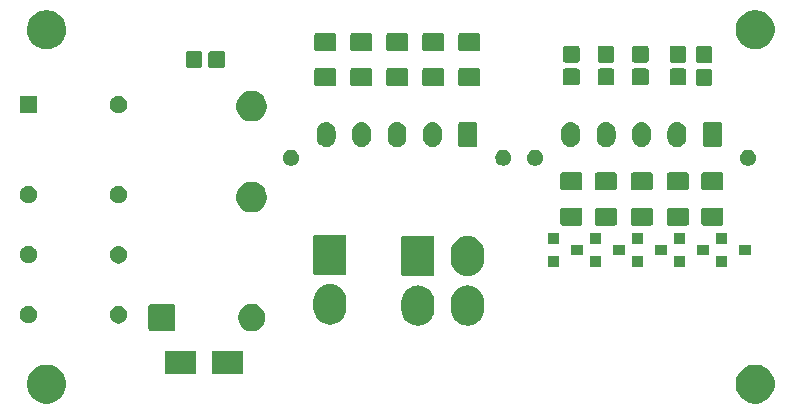
<source format=gbr>
G04 #@! TF.GenerationSoftware,KiCad,Pcbnew,(5.1.6)-1*
G04 #@! TF.CreationDate,2020-11-26T12:39:26+11:00*
G04 #@! TF.ProjectId,HardFault-Interpose-V0,48617264-4661-4756-9c74-2d496e746572,rev?*
G04 #@! TF.SameCoordinates,Original*
G04 #@! TF.FileFunction,Soldermask,Top*
G04 #@! TF.FilePolarity,Negative*
%FSLAX46Y46*%
G04 Gerber Fmt 4.6, Leading zero omitted, Abs format (unit mm)*
G04 Created by KiCad (PCBNEW (5.1.6)-1) date 2020-11-26 12:39:26*
%MOMM*%
%LPD*%
G01*
G04 APERTURE LIST*
%ADD10C,0.100000*%
G04 APERTURE END LIST*
D10*
G36*
X151061256Y-97749298D02*
G01*
X151167579Y-97770447D01*
X151468042Y-97894903D01*
X151738451Y-98075585D01*
X151968415Y-98305549D01*
X152149097Y-98575958D01*
X152273553Y-98876421D01*
X152337000Y-99195391D01*
X152337000Y-99520609D01*
X152273553Y-99839579D01*
X152149097Y-100140042D01*
X151968415Y-100410451D01*
X151738451Y-100640415D01*
X151468042Y-100821097D01*
X151167579Y-100945553D01*
X151061256Y-100966702D01*
X150848611Y-101009000D01*
X150523389Y-101009000D01*
X150310744Y-100966702D01*
X150204421Y-100945553D01*
X149903958Y-100821097D01*
X149633549Y-100640415D01*
X149403585Y-100410451D01*
X149222903Y-100140042D01*
X149098447Y-99839579D01*
X149035000Y-99520609D01*
X149035000Y-99195391D01*
X149098447Y-98876421D01*
X149222903Y-98575958D01*
X149403585Y-98305549D01*
X149633549Y-98075585D01*
X149903958Y-97894903D01*
X150204421Y-97770447D01*
X150310744Y-97749298D01*
X150523389Y-97707000D01*
X150848611Y-97707000D01*
X151061256Y-97749298D01*
G37*
G36*
X91061256Y-97749298D02*
G01*
X91167579Y-97770447D01*
X91468042Y-97894903D01*
X91738451Y-98075585D01*
X91968415Y-98305549D01*
X92149097Y-98575958D01*
X92273553Y-98876421D01*
X92337000Y-99195391D01*
X92337000Y-99520609D01*
X92273553Y-99839579D01*
X92149097Y-100140042D01*
X91968415Y-100410451D01*
X91738451Y-100640415D01*
X91468042Y-100821097D01*
X91167579Y-100945553D01*
X91061256Y-100966702D01*
X90848611Y-101009000D01*
X90523389Y-101009000D01*
X90310744Y-100966702D01*
X90204421Y-100945553D01*
X89903958Y-100821097D01*
X89633549Y-100640415D01*
X89403585Y-100410451D01*
X89222903Y-100140042D01*
X89098447Y-99839579D01*
X89035000Y-99520609D01*
X89035000Y-99195391D01*
X89098447Y-98876421D01*
X89222903Y-98575958D01*
X89403585Y-98305549D01*
X89633549Y-98075585D01*
X89903958Y-97894903D01*
X90204421Y-97770447D01*
X90310744Y-97749298D01*
X90523389Y-97707000D01*
X90848611Y-97707000D01*
X91061256Y-97749298D01*
G37*
G36*
X107314000Y-98487000D02*
G01*
X104712000Y-98487000D01*
X104712000Y-96585000D01*
X107314000Y-96585000D01*
X107314000Y-98487000D01*
G37*
G36*
X103314000Y-98487000D02*
G01*
X100712000Y-98487000D01*
X100712000Y-96585000D01*
X103314000Y-96585000D01*
X103314000Y-98487000D01*
G37*
G36*
X108204832Y-92581856D02*
G01*
X108392734Y-92619232D01*
X108602203Y-92705997D01*
X108790720Y-92831960D01*
X108951040Y-92992280D01*
X109077003Y-93180797D01*
X109163768Y-93390266D01*
X109208000Y-93612636D01*
X109208000Y-93839364D01*
X109163768Y-94061734D01*
X109077003Y-94271203D01*
X108951040Y-94459720D01*
X108790720Y-94620040D01*
X108602203Y-94746003D01*
X108392734Y-94832768D01*
X108306912Y-94849839D01*
X108170365Y-94877000D01*
X107943635Y-94877000D01*
X107807088Y-94849839D01*
X107721266Y-94832768D01*
X107511797Y-94746003D01*
X107323280Y-94620040D01*
X107162960Y-94459720D01*
X107036997Y-94271203D01*
X106950232Y-94061734D01*
X106906000Y-93839364D01*
X106906000Y-93612636D01*
X106950232Y-93390266D01*
X107036997Y-93180797D01*
X107162960Y-92992280D01*
X107323280Y-92831960D01*
X107511797Y-92705997D01*
X107721266Y-92619232D01*
X107909168Y-92581856D01*
X107943635Y-92575000D01*
X108170365Y-92575000D01*
X108204832Y-92581856D01*
G37*
G36*
X101390104Y-92580792D02*
G01*
X101440748Y-92596154D01*
X101487420Y-92621101D01*
X101528327Y-92654673D01*
X101561899Y-92695580D01*
X101586846Y-92742252D01*
X101602208Y-92792896D01*
X101608000Y-92851701D01*
X101608000Y-94600299D01*
X101602208Y-94659104D01*
X101586846Y-94709748D01*
X101561899Y-94756420D01*
X101528327Y-94797327D01*
X101487420Y-94830899D01*
X101440748Y-94855846D01*
X101390104Y-94871208D01*
X101331299Y-94877000D01*
X99582701Y-94877000D01*
X99523896Y-94871208D01*
X99473252Y-94855846D01*
X99426580Y-94830899D01*
X99385673Y-94797327D01*
X99352101Y-94756420D01*
X99327154Y-94709748D01*
X99311792Y-94659104D01*
X99306000Y-94600299D01*
X99306000Y-92851701D01*
X99311792Y-92792896D01*
X99327154Y-92742252D01*
X99352101Y-92695580D01*
X99385673Y-92654673D01*
X99426580Y-92621101D01*
X99473252Y-92596154D01*
X99523896Y-92580792D01*
X99582701Y-92575000D01*
X101331299Y-92575000D01*
X101390104Y-92580792D01*
G37*
G36*
X126611644Y-91030273D02*
G01*
X126807017Y-91089539D01*
X126875737Y-91110385D01*
X127105202Y-91233037D01*
X127119120Y-91240476D01*
X127160798Y-91274681D01*
X127332451Y-91415551D01*
X127475093Y-91589361D01*
X127507526Y-91628881D01*
X127507527Y-91628883D01*
X127637617Y-91872264D01*
X127658463Y-91940984D01*
X127717729Y-92136357D01*
X127738001Y-92342183D01*
X127738001Y-93079818D01*
X127717729Y-93285644D01*
X127658462Y-93481019D01*
X127637617Y-93549738D01*
X127562079Y-93691059D01*
X127507526Y-93793121D01*
X127479123Y-93827730D01*
X127332451Y-94006451D01*
X127174692Y-94135919D01*
X127119121Y-94181526D01*
X127119119Y-94181527D01*
X126875738Y-94311617D01*
X126807018Y-94332463D01*
X126611645Y-94391729D01*
X126337001Y-94418779D01*
X126062358Y-94391729D01*
X125866985Y-94332463D01*
X125798265Y-94311617D01*
X125554884Y-94181527D01*
X125554882Y-94181526D01*
X125501272Y-94137529D01*
X125341551Y-94006451D01*
X125194879Y-93827730D01*
X125166476Y-93793121D01*
X125111923Y-93691059D01*
X125036385Y-93549738D01*
X124990366Y-93398033D01*
X124956273Y-93285645D01*
X124936001Y-93079819D01*
X124936001Y-92342184D01*
X124956273Y-92136358D01*
X125036384Y-91872269D01*
X125036385Y-91872265D01*
X125166475Y-91628884D01*
X125166476Y-91628882D01*
X125200681Y-91587204D01*
X125341551Y-91415551D01*
X125515361Y-91272909D01*
X125554881Y-91240476D01*
X125568799Y-91233037D01*
X125798264Y-91110385D01*
X125866984Y-91089539D01*
X126062357Y-91030273D01*
X126337001Y-91003223D01*
X126611644Y-91030273D01*
G37*
G36*
X122411644Y-91030273D02*
G01*
X122607017Y-91089539D01*
X122675737Y-91110385D01*
X122905202Y-91233037D01*
X122919120Y-91240476D01*
X122960798Y-91274681D01*
X123132451Y-91415551D01*
X123275093Y-91589361D01*
X123307526Y-91628881D01*
X123307527Y-91628883D01*
X123437617Y-91872264D01*
X123458463Y-91940984D01*
X123517729Y-92136357D01*
X123538001Y-92342183D01*
X123538001Y-93079818D01*
X123517729Y-93285644D01*
X123458462Y-93481019D01*
X123437617Y-93549738D01*
X123362079Y-93691059D01*
X123307526Y-93793121D01*
X123279123Y-93827730D01*
X123132451Y-94006451D01*
X122974692Y-94135919D01*
X122919121Y-94181526D01*
X122919119Y-94181527D01*
X122675738Y-94311617D01*
X122607018Y-94332463D01*
X122411645Y-94391729D01*
X122137001Y-94418779D01*
X121862358Y-94391729D01*
X121666985Y-94332463D01*
X121598265Y-94311617D01*
X121354884Y-94181527D01*
X121354882Y-94181526D01*
X121301272Y-94137529D01*
X121141551Y-94006451D01*
X120994879Y-93827730D01*
X120966476Y-93793121D01*
X120911923Y-93691059D01*
X120836385Y-93549738D01*
X120790366Y-93398033D01*
X120756273Y-93285645D01*
X120736001Y-93079819D01*
X120736001Y-92342184D01*
X120756273Y-92136358D01*
X120836384Y-91872269D01*
X120836385Y-91872265D01*
X120966475Y-91628884D01*
X120966476Y-91628882D01*
X121000681Y-91587204D01*
X121141551Y-91415551D01*
X121315361Y-91272909D01*
X121354881Y-91240476D01*
X121368799Y-91233037D01*
X121598264Y-91110385D01*
X121666984Y-91089539D01*
X121862357Y-91030273D01*
X122137001Y-91003223D01*
X122411644Y-91030273D01*
G37*
G36*
X114961644Y-90930273D02*
G01*
X115157017Y-90989539D01*
X115225737Y-91010385D01*
X115455202Y-91133037D01*
X115469120Y-91140476D01*
X115510798Y-91174681D01*
X115682451Y-91315551D01*
X115825093Y-91489361D01*
X115857526Y-91528881D01*
X115857527Y-91528883D01*
X115987617Y-91772264D01*
X116008463Y-91840984D01*
X116067729Y-92036357D01*
X116067729Y-92036359D01*
X116088001Y-92242181D01*
X116088001Y-92979820D01*
X116078152Y-93079818D01*
X116067729Y-93185644D01*
X116037394Y-93285644D01*
X115987617Y-93449738D01*
X115900546Y-93612636D01*
X115857526Y-93693121D01*
X115851011Y-93701059D01*
X115682451Y-93906451D01*
X115524692Y-94035919D01*
X115469121Y-94081526D01*
X115469119Y-94081527D01*
X115225738Y-94211617D01*
X115188213Y-94223000D01*
X114961645Y-94291729D01*
X114687001Y-94318779D01*
X114412358Y-94291729D01*
X114185790Y-94223000D01*
X114148265Y-94211617D01*
X113904884Y-94081527D01*
X113904882Y-94081526D01*
X113863204Y-94047321D01*
X113691551Y-93906451D01*
X113522991Y-93701059D01*
X113516476Y-93693121D01*
X113473456Y-93612636D01*
X113386385Y-93449738D01*
X113336608Y-93285644D01*
X113306273Y-93185645D01*
X113288310Y-93003265D01*
X113286001Y-92979821D01*
X113286001Y-92242182D01*
X113306273Y-92036360D01*
X113306273Y-92036358D01*
X113386384Y-91772269D01*
X113386385Y-91772265D01*
X113516475Y-91528884D01*
X113516476Y-91528882D01*
X113550681Y-91487204D01*
X113691551Y-91315551D01*
X113865361Y-91172909D01*
X113904881Y-91140476D01*
X113918799Y-91133037D01*
X114148264Y-91010385D01*
X114216984Y-90989539D01*
X114412357Y-90930273D01*
X114687001Y-90903223D01*
X114961644Y-90930273D01*
G37*
G36*
X96914536Y-92742252D02*
G01*
X97003059Y-92759860D01*
X97139732Y-92816472D01*
X97262735Y-92898660D01*
X97367340Y-93003265D01*
X97449528Y-93126268D01*
X97449529Y-93126270D01*
X97474123Y-93185645D01*
X97506140Y-93262941D01*
X97535000Y-93408033D01*
X97535000Y-93555967D01*
X97506140Y-93701059D01*
X97449528Y-93837732D01*
X97367340Y-93960735D01*
X97262735Y-94065340D01*
X97139732Y-94147528D01*
X97139731Y-94147529D01*
X97139730Y-94147529D01*
X97003059Y-94204140D01*
X96857968Y-94233000D01*
X96710032Y-94233000D01*
X96564941Y-94204140D01*
X96428270Y-94147529D01*
X96428269Y-94147529D01*
X96428268Y-94147528D01*
X96305265Y-94065340D01*
X96200660Y-93960735D01*
X96118472Y-93837732D01*
X96061860Y-93701059D01*
X96033000Y-93555967D01*
X96033000Y-93408033D01*
X96061860Y-93262941D01*
X96093877Y-93185645D01*
X96118471Y-93126270D01*
X96118472Y-93126268D01*
X96200660Y-93003265D01*
X96305265Y-92898660D01*
X96428268Y-92816472D01*
X96564941Y-92759860D01*
X96653464Y-92742252D01*
X96710032Y-92731000D01*
X96857968Y-92731000D01*
X96914536Y-92742252D01*
G37*
G36*
X89334810Y-92742252D02*
G01*
X89373059Y-92749860D01*
X89509732Y-92806472D01*
X89632735Y-92888660D01*
X89737340Y-92993265D01*
X89795174Y-93079820D01*
X89819529Y-93116270D01*
X89876140Y-93252941D01*
X89905000Y-93398032D01*
X89905000Y-93545968D01*
X89876140Y-93691059D01*
X89833865Y-93793121D01*
X89819528Y-93827732D01*
X89737340Y-93950735D01*
X89632735Y-94055340D01*
X89509732Y-94137528D01*
X89509731Y-94137529D01*
X89509730Y-94137529D01*
X89373059Y-94194140D01*
X89227968Y-94223000D01*
X89080032Y-94223000D01*
X88934941Y-94194140D01*
X88798270Y-94137529D01*
X88798269Y-94137529D01*
X88798268Y-94137528D01*
X88675265Y-94055340D01*
X88570660Y-93950735D01*
X88488472Y-93827732D01*
X88474136Y-93793121D01*
X88431860Y-93691059D01*
X88403000Y-93545968D01*
X88403000Y-93398032D01*
X88431860Y-93252941D01*
X88488471Y-93116270D01*
X88512826Y-93079820D01*
X88570660Y-92993265D01*
X88675265Y-92888660D01*
X88798268Y-92806472D01*
X88934941Y-92749860D01*
X88973190Y-92742252D01*
X89080032Y-92721000D01*
X89227968Y-92721000D01*
X89334810Y-92742252D01*
G37*
G36*
X126611644Y-86830273D02*
G01*
X126807017Y-86889539D01*
X126875737Y-86910385D01*
X127078625Y-87018831D01*
X127119120Y-87040476D01*
X127154420Y-87069446D01*
X127332451Y-87215551D01*
X127475093Y-87389361D01*
X127507526Y-87428881D01*
X127507527Y-87428883D01*
X127637617Y-87672264D01*
X127639921Y-87679860D01*
X127717729Y-87936357D01*
X127738001Y-88142183D01*
X127738001Y-88879818D01*
X127717729Y-89085644D01*
X127658462Y-89281019D01*
X127637617Y-89349738D01*
X127514965Y-89579203D01*
X127507526Y-89593121D01*
X127461919Y-89648692D01*
X127332451Y-89806451D01*
X127174692Y-89935919D01*
X127119121Y-89981526D01*
X127119119Y-89981527D01*
X126875738Y-90111617D01*
X126807018Y-90132463D01*
X126611645Y-90191729D01*
X126337001Y-90218779D01*
X126062358Y-90191729D01*
X125866985Y-90132463D01*
X125798265Y-90111617D01*
X125554884Y-89981527D01*
X125554882Y-89981526D01*
X125513204Y-89947321D01*
X125341551Y-89806451D01*
X125198909Y-89632641D01*
X125166476Y-89593121D01*
X125159037Y-89579203D01*
X125036385Y-89349738D01*
X124976705Y-89153000D01*
X124956273Y-89085645D01*
X124936001Y-88879819D01*
X124936001Y-88142184D01*
X124956273Y-87936358D01*
X125036384Y-87672269D01*
X125036385Y-87672265D01*
X125166475Y-87428884D01*
X125166476Y-87428882D01*
X125200681Y-87387204D01*
X125341551Y-87215551D01*
X125515361Y-87072909D01*
X125554881Y-87040476D01*
X125595376Y-87018831D01*
X125798264Y-86910385D01*
X125866984Y-86889539D01*
X126062357Y-86830273D01*
X126337001Y-86803223D01*
X126611644Y-86830273D01*
G37*
G36*
X123411032Y-86813622D02*
G01*
X123440487Y-86822557D01*
X123467624Y-86837063D01*
X123491415Y-86856587D01*
X123510939Y-86880378D01*
X123525445Y-86907515D01*
X123534380Y-86936970D01*
X123538001Y-86973735D01*
X123538001Y-90048267D01*
X123534380Y-90085032D01*
X123525445Y-90114487D01*
X123510939Y-90141624D01*
X123491415Y-90165415D01*
X123467624Y-90184939D01*
X123440487Y-90199445D01*
X123411032Y-90208380D01*
X123374267Y-90212001D01*
X120899735Y-90212001D01*
X120862970Y-90208380D01*
X120833515Y-90199445D01*
X120806378Y-90184939D01*
X120782587Y-90165415D01*
X120763063Y-90141624D01*
X120748557Y-90114487D01*
X120739622Y-90085032D01*
X120736001Y-90048267D01*
X120736001Y-86973735D01*
X120739622Y-86936970D01*
X120748557Y-86907515D01*
X120763063Y-86880378D01*
X120782587Y-86856587D01*
X120806378Y-86837063D01*
X120833515Y-86822557D01*
X120862970Y-86813622D01*
X120899735Y-86810001D01*
X123374267Y-86810001D01*
X123411032Y-86813622D01*
G37*
G36*
X115961032Y-86713622D02*
G01*
X115990487Y-86722557D01*
X116017624Y-86737063D01*
X116041415Y-86756587D01*
X116060939Y-86780378D01*
X116075445Y-86807515D01*
X116084380Y-86836970D01*
X116088001Y-86873735D01*
X116088001Y-89948267D01*
X116084380Y-89985032D01*
X116075445Y-90014487D01*
X116060939Y-90041624D01*
X116041415Y-90065415D01*
X116017624Y-90084939D01*
X115990487Y-90099445D01*
X115961032Y-90108380D01*
X115924267Y-90112001D01*
X113449735Y-90112001D01*
X113412970Y-90108380D01*
X113383515Y-90099445D01*
X113356378Y-90084939D01*
X113332587Y-90065415D01*
X113313063Y-90041624D01*
X113298557Y-90014487D01*
X113289622Y-89985032D01*
X113286001Y-89948267D01*
X113286001Y-86873735D01*
X113289622Y-86836970D01*
X113298557Y-86807515D01*
X113313063Y-86780378D01*
X113332587Y-86756587D01*
X113356378Y-86737063D01*
X113383515Y-86722557D01*
X113412970Y-86713622D01*
X113449735Y-86710001D01*
X115924267Y-86710001D01*
X115961032Y-86713622D01*
G37*
G36*
X148345000Y-89412000D02*
G01*
X147343000Y-89412000D01*
X147343000Y-88510000D01*
X148345000Y-88510000D01*
X148345000Y-89412000D01*
G37*
G36*
X144789000Y-89412000D02*
G01*
X143787000Y-89412000D01*
X143787000Y-88510000D01*
X144789000Y-88510000D01*
X144789000Y-89412000D01*
G37*
G36*
X141233000Y-89412000D02*
G01*
X140231000Y-89412000D01*
X140231000Y-88510000D01*
X141233000Y-88510000D01*
X141233000Y-89412000D01*
G37*
G36*
X137677000Y-89412000D02*
G01*
X136675000Y-89412000D01*
X136675000Y-88510000D01*
X137677000Y-88510000D01*
X137677000Y-89412000D01*
G37*
G36*
X134121000Y-89412000D02*
G01*
X133119000Y-89412000D01*
X133119000Y-88510000D01*
X134121000Y-88510000D01*
X134121000Y-89412000D01*
G37*
G36*
X97003059Y-87679860D02*
G01*
X97091446Y-87716471D01*
X97139732Y-87736472D01*
X97262735Y-87818660D01*
X97367340Y-87923265D01*
X97449528Y-88046268D01*
X97506140Y-88182941D01*
X97535000Y-88328033D01*
X97535000Y-88475967D01*
X97506140Y-88621059D01*
X97449528Y-88757732D01*
X97367340Y-88880735D01*
X97262735Y-88985340D01*
X97139732Y-89067528D01*
X97139731Y-89067529D01*
X97139730Y-89067529D01*
X97003059Y-89124140D01*
X96857968Y-89153000D01*
X96710032Y-89153000D01*
X96564941Y-89124140D01*
X96428270Y-89067529D01*
X96428269Y-89067529D01*
X96428268Y-89067528D01*
X96305265Y-88985340D01*
X96200660Y-88880735D01*
X96118472Y-88757732D01*
X96061860Y-88621059D01*
X96033000Y-88475967D01*
X96033000Y-88328033D01*
X96061860Y-88182941D01*
X96118472Y-88046268D01*
X96200660Y-87923265D01*
X96305265Y-87818660D01*
X96428268Y-87736472D01*
X96476555Y-87716471D01*
X96564941Y-87679860D01*
X96710032Y-87651000D01*
X96857968Y-87651000D01*
X97003059Y-87679860D01*
G37*
G36*
X89373059Y-87659860D02*
G01*
X89403015Y-87672268D01*
X89509732Y-87716472D01*
X89632735Y-87798660D01*
X89737340Y-87903265D01*
X89759453Y-87936360D01*
X89819529Y-88026270D01*
X89876140Y-88162941D01*
X89905000Y-88308032D01*
X89905000Y-88455968D01*
X89876140Y-88601059D01*
X89819528Y-88737732D01*
X89737340Y-88860735D01*
X89632735Y-88965340D01*
X89509732Y-89047528D01*
X89509731Y-89047529D01*
X89509730Y-89047529D01*
X89373059Y-89104140D01*
X89227968Y-89133000D01*
X89080032Y-89133000D01*
X88934941Y-89104140D01*
X88798270Y-89047529D01*
X88798269Y-89047529D01*
X88798268Y-89047528D01*
X88675265Y-88965340D01*
X88570660Y-88860735D01*
X88488472Y-88737732D01*
X88431860Y-88601059D01*
X88403000Y-88455968D01*
X88403000Y-88308032D01*
X88431860Y-88162941D01*
X88488471Y-88026270D01*
X88548547Y-87936360D01*
X88570660Y-87903265D01*
X88675265Y-87798660D01*
X88798268Y-87716472D01*
X88904986Y-87672268D01*
X88934941Y-87659860D01*
X89080032Y-87631000D01*
X89227968Y-87631000D01*
X89373059Y-87659860D01*
G37*
G36*
X143233000Y-88462000D02*
G01*
X142231000Y-88462000D01*
X142231000Y-87560000D01*
X143233000Y-87560000D01*
X143233000Y-88462000D01*
G37*
G36*
X136121000Y-88462000D02*
G01*
X135119000Y-88462000D01*
X135119000Y-87560000D01*
X136121000Y-87560000D01*
X136121000Y-88462000D01*
G37*
G36*
X150345000Y-88462000D02*
G01*
X149343000Y-88462000D01*
X149343000Y-87560000D01*
X150345000Y-87560000D01*
X150345000Y-88462000D01*
G37*
G36*
X146789000Y-88462000D02*
G01*
X145787000Y-88462000D01*
X145787000Y-87560000D01*
X146789000Y-87560000D01*
X146789000Y-88462000D01*
G37*
G36*
X139677000Y-88462000D02*
G01*
X138675000Y-88462000D01*
X138675000Y-87560000D01*
X139677000Y-87560000D01*
X139677000Y-88462000D01*
G37*
G36*
X137677000Y-87512000D02*
G01*
X136675000Y-87512000D01*
X136675000Y-86610000D01*
X137677000Y-86610000D01*
X137677000Y-87512000D01*
G37*
G36*
X134121000Y-87512000D02*
G01*
X133119000Y-87512000D01*
X133119000Y-86610000D01*
X134121000Y-86610000D01*
X134121000Y-87512000D01*
G37*
G36*
X141233000Y-87512000D02*
G01*
X140231000Y-87512000D01*
X140231000Y-86610000D01*
X141233000Y-86610000D01*
X141233000Y-87512000D01*
G37*
G36*
X144789000Y-87512000D02*
G01*
X143787000Y-87512000D01*
X143787000Y-86610000D01*
X144789000Y-86610000D01*
X144789000Y-87512000D01*
G37*
G36*
X148345000Y-87512000D02*
G01*
X147343000Y-87512000D01*
X147343000Y-86610000D01*
X148345000Y-86610000D01*
X148345000Y-87512000D01*
G37*
G36*
X144920562Y-84421181D02*
G01*
X144955481Y-84431774D01*
X144987663Y-84448976D01*
X145015873Y-84472127D01*
X145039024Y-84500337D01*
X145056226Y-84532519D01*
X145066819Y-84567438D01*
X145071000Y-84609895D01*
X145071000Y-85751105D01*
X145066819Y-85793562D01*
X145056226Y-85828481D01*
X145039024Y-85860663D01*
X145015873Y-85888873D01*
X144987663Y-85912024D01*
X144955481Y-85929226D01*
X144920562Y-85939819D01*
X144878105Y-85944000D01*
X143411895Y-85944000D01*
X143369438Y-85939819D01*
X143334519Y-85929226D01*
X143302337Y-85912024D01*
X143274127Y-85888873D01*
X143250976Y-85860663D01*
X143233774Y-85828481D01*
X143223181Y-85793562D01*
X143219000Y-85751105D01*
X143219000Y-84609895D01*
X143223181Y-84567438D01*
X143233774Y-84532519D01*
X143250976Y-84500337D01*
X143274127Y-84472127D01*
X143302337Y-84448976D01*
X143334519Y-84431774D01*
X143369438Y-84421181D01*
X143411895Y-84417000D01*
X144878105Y-84417000D01*
X144920562Y-84421181D01*
G37*
G36*
X135903562Y-84421181D02*
G01*
X135938481Y-84431774D01*
X135970663Y-84448976D01*
X135998873Y-84472127D01*
X136022024Y-84500337D01*
X136039226Y-84532519D01*
X136049819Y-84567438D01*
X136054000Y-84609895D01*
X136054000Y-85751105D01*
X136049819Y-85793562D01*
X136039226Y-85828481D01*
X136022024Y-85860663D01*
X135998873Y-85888873D01*
X135970663Y-85912024D01*
X135938481Y-85929226D01*
X135903562Y-85939819D01*
X135861105Y-85944000D01*
X134394895Y-85944000D01*
X134352438Y-85939819D01*
X134317519Y-85929226D01*
X134285337Y-85912024D01*
X134257127Y-85888873D01*
X134233976Y-85860663D01*
X134216774Y-85828481D01*
X134206181Y-85793562D01*
X134202000Y-85751105D01*
X134202000Y-84609895D01*
X134206181Y-84567438D01*
X134216774Y-84532519D01*
X134233976Y-84500337D01*
X134257127Y-84472127D01*
X134285337Y-84448976D01*
X134317519Y-84431774D01*
X134352438Y-84421181D01*
X134394895Y-84417000D01*
X135861105Y-84417000D01*
X135903562Y-84421181D01*
G37*
G36*
X138824562Y-84421181D02*
G01*
X138859481Y-84431774D01*
X138891663Y-84448976D01*
X138919873Y-84472127D01*
X138943024Y-84500337D01*
X138960226Y-84532519D01*
X138970819Y-84567438D01*
X138975000Y-84609895D01*
X138975000Y-85751105D01*
X138970819Y-85793562D01*
X138960226Y-85828481D01*
X138943024Y-85860663D01*
X138919873Y-85888873D01*
X138891663Y-85912024D01*
X138859481Y-85929226D01*
X138824562Y-85939819D01*
X138782105Y-85944000D01*
X137315895Y-85944000D01*
X137273438Y-85939819D01*
X137238519Y-85929226D01*
X137206337Y-85912024D01*
X137178127Y-85888873D01*
X137154976Y-85860663D01*
X137137774Y-85828481D01*
X137127181Y-85793562D01*
X137123000Y-85751105D01*
X137123000Y-84609895D01*
X137127181Y-84567438D01*
X137137774Y-84532519D01*
X137154976Y-84500337D01*
X137178127Y-84472127D01*
X137206337Y-84448976D01*
X137238519Y-84431774D01*
X137273438Y-84421181D01*
X137315895Y-84417000D01*
X138782105Y-84417000D01*
X138824562Y-84421181D01*
G37*
G36*
X141872562Y-84421181D02*
G01*
X141907481Y-84431774D01*
X141939663Y-84448976D01*
X141967873Y-84472127D01*
X141991024Y-84500337D01*
X142008226Y-84532519D01*
X142018819Y-84567438D01*
X142023000Y-84609895D01*
X142023000Y-85751105D01*
X142018819Y-85793562D01*
X142008226Y-85828481D01*
X141991024Y-85860663D01*
X141967873Y-85888873D01*
X141939663Y-85912024D01*
X141907481Y-85929226D01*
X141872562Y-85939819D01*
X141830105Y-85944000D01*
X140363895Y-85944000D01*
X140321438Y-85939819D01*
X140286519Y-85929226D01*
X140254337Y-85912024D01*
X140226127Y-85888873D01*
X140202976Y-85860663D01*
X140185774Y-85828481D01*
X140175181Y-85793562D01*
X140171000Y-85751105D01*
X140171000Y-84609895D01*
X140175181Y-84567438D01*
X140185774Y-84532519D01*
X140202976Y-84500337D01*
X140226127Y-84472127D01*
X140254337Y-84448976D01*
X140286519Y-84431774D01*
X140321438Y-84421181D01*
X140363895Y-84417000D01*
X141830105Y-84417000D01*
X141872562Y-84421181D01*
G37*
G36*
X147841562Y-84421181D02*
G01*
X147876481Y-84431774D01*
X147908663Y-84448976D01*
X147936873Y-84472127D01*
X147960024Y-84500337D01*
X147977226Y-84532519D01*
X147987819Y-84567438D01*
X147992000Y-84609895D01*
X147992000Y-85751105D01*
X147987819Y-85793562D01*
X147977226Y-85828481D01*
X147960024Y-85860663D01*
X147936873Y-85888873D01*
X147908663Y-85912024D01*
X147876481Y-85929226D01*
X147841562Y-85939819D01*
X147799105Y-85944000D01*
X146332895Y-85944000D01*
X146290438Y-85939819D01*
X146255519Y-85929226D01*
X146223337Y-85912024D01*
X146195127Y-85888873D01*
X146171976Y-85860663D01*
X146154774Y-85828481D01*
X146144181Y-85793562D01*
X146140000Y-85751105D01*
X146140000Y-84609895D01*
X146144181Y-84567438D01*
X146154774Y-84532519D01*
X146171976Y-84500337D01*
X146195127Y-84472127D01*
X146223337Y-84448976D01*
X146255519Y-84431774D01*
X146290438Y-84421181D01*
X146332895Y-84417000D01*
X147799105Y-84417000D01*
X147841562Y-84421181D01*
G37*
G36*
X108436487Y-82274996D02*
G01*
X108673253Y-82373068D01*
X108673255Y-82373069D01*
X108886339Y-82515447D01*
X109067553Y-82696661D01*
X109172337Y-82853481D01*
X109209932Y-82909747D01*
X109308004Y-83146513D01*
X109358000Y-83397861D01*
X109358000Y-83654139D01*
X109308004Y-83905487D01*
X109209932Y-84142253D01*
X109209931Y-84142255D01*
X109067553Y-84355339D01*
X108886339Y-84536553D01*
X108673255Y-84678931D01*
X108673254Y-84678932D01*
X108673253Y-84678932D01*
X108436487Y-84777004D01*
X108185139Y-84827000D01*
X107928861Y-84827000D01*
X107677513Y-84777004D01*
X107440747Y-84678932D01*
X107440746Y-84678932D01*
X107440745Y-84678931D01*
X107227661Y-84536553D01*
X107046447Y-84355339D01*
X106904069Y-84142255D01*
X106904068Y-84142253D01*
X106805996Y-83905487D01*
X106756000Y-83654139D01*
X106756000Y-83397861D01*
X106805996Y-83146513D01*
X106904068Y-82909747D01*
X106941664Y-82853481D01*
X107046447Y-82696661D01*
X107227661Y-82515447D01*
X107440745Y-82373069D01*
X107440747Y-82373068D01*
X107677513Y-82274996D01*
X107928861Y-82225000D01*
X108185139Y-82225000D01*
X108436487Y-82274996D01*
G37*
G36*
X96993059Y-82589860D02*
G01*
X97129732Y-82646472D01*
X97252735Y-82728660D01*
X97357340Y-82833265D01*
X97439528Y-82956268D01*
X97439529Y-82956270D01*
X97496140Y-83092941D01*
X97525000Y-83238032D01*
X97525000Y-83385968D01*
X97496140Y-83531059D01*
X97445159Y-83654139D01*
X97439528Y-83667732D01*
X97357340Y-83790735D01*
X97252735Y-83895340D01*
X97129732Y-83977528D01*
X97129731Y-83977529D01*
X97129730Y-83977529D01*
X96993059Y-84034140D01*
X96847968Y-84063000D01*
X96700032Y-84063000D01*
X96554941Y-84034140D01*
X96418270Y-83977529D01*
X96418269Y-83977529D01*
X96418268Y-83977528D01*
X96295265Y-83895340D01*
X96190660Y-83790735D01*
X96108472Y-83667732D01*
X96102842Y-83654139D01*
X96051860Y-83531059D01*
X96023000Y-83385968D01*
X96023000Y-83238032D01*
X96051860Y-83092941D01*
X96108471Y-82956270D01*
X96108472Y-82956268D01*
X96190660Y-82833265D01*
X96295265Y-82728660D01*
X96418268Y-82646472D01*
X96554941Y-82589860D01*
X96700032Y-82561000D01*
X96847968Y-82561000D01*
X96993059Y-82589860D01*
G37*
G36*
X89373059Y-82589860D02*
G01*
X89509732Y-82646472D01*
X89632735Y-82728660D01*
X89737340Y-82833265D01*
X89819528Y-82956268D01*
X89819529Y-82956270D01*
X89876140Y-83092941D01*
X89905000Y-83238032D01*
X89905000Y-83385968D01*
X89876140Y-83531059D01*
X89825159Y-83654139D01*
X89819528Y-83667732D01*
X89737340Y-83790735D01*
X89632735Y-83895340D01*
X89509732Y-83977528D01*
X89509731Y-83977529D01*
X89509730Y-83977529D01*
X89373059Y-84034140D01*
X89227968Y-84063000D01*
X89080032Y-84063000D01*
X88934941Y-84034140D01*
X88798270Y-83977529D01*
X88798269Y-83977529D01*
X88798268Y-83977528D01*
X88675265Y-83895340D01*
X88570660Y-83790735D01*
X88488472Y-83667732D01*
X88482842Y-83654139D01*
X88431860Y-83531059D01*
X88403000Y-83385968D01*
X88403000Y-83238032D01*
X88431860Y-83092941D01*
X88488471Y-82956270D01*
X88488472Y-82956268D01*
X88570660Y-82833265D01*
X88675265Y-82728660D01*
X88798268Y-82646472D01*
X88934941Y-82589860D01*
X89080032Y-82561000D01*
X89227968Y-82561000D01*
X89373059Y-82589860D01*
G37*
G36*
X135903562Y-81446181D02*
G01*
X135938481Y-81456774D01*
X135970663Y-81473976D01*
X135998873Y-81497127D01*
X136022024Y-81525337D01*
X136039226Y-81557519D01*
X136049819Y-81592438D01*
X136054000Y-81634895D01*
X136054000Y-82776105D01*
X136049819Y-82818562D01*
X136039226Y-82853481D01*
X136022024Y-82885663D01*
X135998873Y-82913873D01*
X135970663Y-82937024D01*
X135938481Y-82954226D01*
X135903562Y-82964819D01*
X135861105Y-82969000D01*
X134394895Y-82969000D01*
X134352438Y-82964819D01*
X134317519Y-82954226D01*
X134285337Y-82937024D01*
X134257127Y-82913873D01*
X134233976Y-82885663D01*
X134216774Y-82853481D01*
X134206181Y-82818562D01*
X134202000Y-82776105D01*
X134202000Y-81634895D01*
X134206181Y-81592438D01*
X134216774Y-81557519D01*
X134233976Y-81525337D01*
X134257127Y-81497127D01*
X134285337Y-81473976D01*
X134317519Y-81456774D01*
X134352438Y-81446181D01*
X134394895Y-81442000D01*
X135861105Y-81442000D01*
X135903562Y-81446181D01*
G37*
G36*
X138824562Y-81446181D02*
G01*
X138859481Y-81456774D01*
X138891663Y-81473976D01*
X138919873Y-81497127D01*
X138943024Y-81525337D01*
X138960226Y-81557519D01*
X138970819Y-81592438D01*
X138975000Y-81634895D01*
X138975000Y-82776105D01*
X138970819Y-82818562D01*
X138960226Y-82853481D01*
X138943024Y-82885663D01*
X138919873Y-82913873D01*
X138891663Y-82937024D01*
X138859481Y-82954226D01*
X138824562Y-82964819D01*
X138782105Y-82969000D01*
X137315895Y-82969000D01*
X137273438Y-82964819D01*
X137238519Y-82954226D01*
X137206337Y-82937024D01*
X137178127Y-82913873D01*
X137154976Y-82885663D01*
X137137774Y-82853481D01*
X137127181Y-82818562D01*
X137123000Y-82776105D01*
X137123000Y-81634895D01*
X137127181Y-81592438D01*
X137137774Y-81557519D01*
X137154976Y-81525337D01*
X137178127Y-81497127D01*
X137206337Y-81473976D01*
X137238519Y-81456774D01*
X137273438Y-81446181D01*
X137315895Y-81442000D01*
X138782105Y-81442000D01*
X138824562Y-81446181D01*
G37*
G36*
X144920562Y-81446181D02*
G01*
X144955481Y-81456774D01*
X144987663Y-81473976D01*
X145015873Y-81497127D01*
X145039024Y-81525337D01*
X145056226Y-81557519D01*
X145066819Y-81592438D01*
X145071000Y-81634895D01*
X145071000Y-82776105D01*
X145066819Y-82818562D01*
X145056226Y-82853481D01*
X145039024Y-82885663D01*
X145015873Y-82913873D01*
X144987663Y-82937024D01*
X144955481Y-82954226D01*
X144920562Y-82964819D01*
X144878105Y-82969000D01*
X143411895Y-82969000D01*
X143369438Y-82964819D01*
X143334519Y-82954226D01*
X143302337Y-82937024D01*
X143274127Y-82913873D01*
X143250976Y-82885663D01*
X143233774Y-82853481D01*
X143223181Y-82818562D01*
X143219000Y-82776105D01*
X143219000Y-81634895D01*
X143223181Y-81592438D01*
X143233774Y-81557519D01*
X143250976Y-81525337D01*
X143274127Y-81497127D01*
X143302337Y-81473976D01*
X143334519Y-81456774D01*
X143369438Y-81446181D01*
X143411895Y-81442000D01*
X144878105Y-81442000D01*
X144920562Y-81446181D01*
G37*
G36*
X141872562Y-81446181D02*
G01*
X141907481Y-81456774D01*
X141939663Y-81473976D01*
X141967873Y-81497127D01*
X141991024Y-81525337D01*
X142008226Y-81557519D01*
X142018819Y-81592438D01*
X142023000Y-81634895D01*
X142023000Y-82776105D01*
X142018819Y-82818562D01*
X142008226Y-82853481D01*
X141991024Y-82885663D01*
X141967873Y-82913873D01*
X141939663Y-82937024D01*
X141907481Y-82954226D01*
X141872562Y-82964819D01*
X141830105Y-82969000D01*
X140363895Y-82969000D01*
X140321438Y-82964819D01*
X140286519Y-82954226D01*
X140254337Y-82937024D01*
X140226127Y-82913873D01*
X140202976Y-82885663D01*
X140185774Y-82853481D01*
X140175181Y-82818562D01*
X140171000Y-82776105D01*
X140171000Y-81634895D01*
X140175181Y-81592438D01*
X140185774Y-81557519D01*
X140202976Y-81525337D01*
X140226127Y-81497127D01*
X140254337Y-81473976D01*
X140286519Y-81456774D01*
X140321438Y-81446181D01*
X140363895Y-81442000D01*
X141830105Y-81442000D01*
X141872562Y-81446181D01*
G37*
G36*
X147841562Y-81446181D02*
G01*
X147876481Y-81456774D01*
X147908663Y-81473976D01*
X147936873Y-81497127D01*
X147960024Y-81525337D01*
X147977226Y-81557519D01*
X147987819Y-81592438D01*
X147992000Y-81634895D01*
X147992000Y-82776105D01*
X147987819Y-82818562D01*
X147977226Y-82853481D01*
X147960024Y-82885663D01*
X147936873Y-82913873D01*
X147908663Y-82937024D01*
X147876481Y-82954226D01*
X147841562Y-82964819D01*
X147799105Y-82969000D01*
X146332895Y-82969000D01*
X146290438Y-82964819D01*
X146255519Y-82954226D01*
X146223337Y-82937024D01*
X146195127Y-82913873D01*
X146171976Y-82885663D01*
X146154774Y-82853481D01*
X146144181Y-82818562D01*
X146140000Y-82776105D01*
X146140000Y-81634895D01*
X146144181Y-81592438D01*
X146154774Y-81557519D01*
X146171976Y-81525337D01*
X146195127Y-81497127D01*
X146223337Y-81473976D01*
X146255519Y-81456774D01*
X146290438Y-81446181D01*
X146332895Y-81442000D01*
X147799105Y-81442000D01*
X147841562Y-81446181D01*
G37*
G36*
X111565098Y-79532362D02*
G01*
X111689941Y-79584074D01*
X111689943Y-79584075D01*
X111802299Y-79659149D01*
X111897851Y-79754701D01*
X111972926Y-79867059D01*
X112024638Y-79991902D01*
X112051000Y-80124434D01*
X112051000Y-80259566D01*
X112024638Y-80392098D01*
X111972926Y-80516941D01*
X111972925Y-80516943D01*
X111897851Y-80629299D01*
X111802299Y-80724851D01*
X111689943Y-80799925D01*
X111689942Y-80799926D01*
X111689941Y-80799926D01*
X111565098Y-80851638D01*
X111432566Y-80878000D01*
X111297434Y-80878000D01*
X111164902Y-80851638D01*
X111040059Y-80799926D01*
X111040058Y-80799926D01*
X111040057Y-80799925D01*
X110927701Y-80724851D01*
X110832149Y-80629299D01*
X110757075Y-80516943D01*
X110757074Y-80516941D01*
X110705362Y-80392098D01*
X110679000Y-80259566D01*
X110679000Y-80124434D01*
X110705362Y-79991902D01*
X110757074Y-79867059D01*
X110832149Y-79754701D01*
X110927701Y-79659149D01*
X111040057Y-79584075D01*
X111040059Y-79584074D01*
X111164902Y-79532362D01*
X111297434Y-79506000D01*
X111432566Y-79506000D01*
X111565098Y-79532362D01*
G37*
G36*
X129565098Y-79532362D02*
G01*
X129689941Y-79584074D01*
X129689943Y-79584075D01*
X129802299Y-79659149D01*
X129897851Y-79754701D01*
X129972926Y-79867059D01*
X130024638Y-79991902D01*
X130051000Y-80124434D01*
X130051000Y-80259566D01*
X130024638Y-80392098D01*
X129972926Y-80516941D01*
X129972925Y-80516943D01*
X129897851Y-80629299D01*
X129802299Y-80724851D01*
X129689943Y-80799925D01*
X129689942Y-80799926D01*
X129689941Y-80799926D01*
X129565098Y-80851638D01*
X129432566Y-80878000D01*
X129297434Y-80878000D01*
X129164902Y-80851638D01*
X129040059Y-80799926D01*
X129040058Y-80799926D01*
X129040057Y-80799925D01*
X128927701Y-80724851D01*
X128832149Y-80629299D01*
X128757075Y-80516943D01*
X128757074Y-80516941D01*
X128705362Y-80392098D01*
X128679000Y-80259566D01*
X128679000Y-80124434D01*
X128705362Y-79991902D01*
X128757074Y-79867059D01*
X128832149Y-79754701D01*
X128927701Y-79659149D01*
X129040057Y-79584075D01*
X129040059Y-79584074D01*
X129164902Y-79532362D01*
X129297434Y-79506000D01*
X129432566Y-79506000D01*
X129565098Y-79532362D01*
G37*
G36*
X132266098Y-79532362D02*
G01*
X132390941Y-79584074D01*
X132390943Y-79584075D01*
X132503299Y-79659149D01*
X132598851Y-79754701D01*
X132673926Y-79867059D01*
X132725638Y-79991902D01*
X132752000Y-80124434D01*
X132752000Y-80259566D01*
X132725638Y-80392098D01*
X132673926Y-80516941D01*
X132673925Y-80516943D01*
X132598851Y-80629299D01*
X132503299Y-80724851D01*
X132390943Y-80799925D01*
X132390942Y-80799926D01*
X132390941Y-80799926D01*
X132266098Y-80851638D01*
X132133566Y-80878000D01*
X131998434Y-80878000D01*
X131865902Y-80851638D01*
X131741059Y-80799926D01*
X131741058Y-80799926D01*
X131741057Y-80799925D01*
X131628701Y-80724851D01*
X131533149Y-80629299D01*
X131458075Y-80516943D01*
X131458074Y-80516941D01*
X131406362Y-80392098D01*
X131380000Y-80259566D01*
X131380000Y-80124434D01*
X131406362Y-79991902D01*
X131458074Y-79867059D01*
X131533149Y-79754701D01*
X131628701Y-79659149D01*
X131741057Y-79584075D01*
X131741059Y-79584074D01*
X131865902Y-79532362D01*
X131998434Y-79506000D01*
X132133566Y-79506000D01*
X132266098Y-79532362D01*
G37*
G36*
X150266098Y-79532362D02*
G01*
X150390941Y-79584074D01*
X150390943Y-79584075D01*
X150503299Y-79659149D01*
X150598851Y-79754701D01*
X150673926Y-79867059D01*
X150725638Y-79991902D01*
X150752000Y-80124434D01*
X150752000Y-80259566D01*
X150725638Y-80392098D01*
X150673926Y-80516941D01*
X150673925Y-80516943D01*
X150598851Y-80629299D01*
X150503299Y-80724851D01*
X150390943Y-80799925D01*
X150390942Y-80799926D01*
X150390941Y-80799926D01*
X150266098Y-80851638D01*
X150133566Y-80878000D01*
X149998434Y-80878000D01*
X149865902Y-80851638D01*
X149741059Y-80799926D01*
X149741058Y-80799926D01*
X149741057Y-80799925D01*
X149628701Y-80724851D01*
X149533149Y-80629299D01*
X149458075Y-80516943D01*
X149458074Y-80516941D01*
X149406362Y-80392098D01*
X149380000Y-80259566D01*
X149380000Y-80124434D01*
X149406362Y-79991902D01*
X149458074Y-79867059D01*
X149533149Y-79754701D01*
X149628701Y-79659149D01*
X149741057Y-79584075D01*
X149741059Y-79584074D01*
X149865902Y-79532362D01*
X149998434Y-79506000D01*
X150133566Y-79506000D01*
X150266098Y-79532362D01*
G37*
G36*
X135223023Y-77182590D02*
G01*
X135288512Y-77202456D01*
X135374013Y-77228392D01*
X135513165Y-77302771D01*
X135635133Y-77402867D01*
X135735229Y-77524835D01*
X135809608Y-77663987D01*
X135809608Y-77663988D01*
X135855410Y-77814977D01*
X135867000Y-77932655D01*
X135867000Y-78531345D01*
X135855410Y-78649023D01*
X135824875Y-78749682D01*
X135809608Y-78800013D01*
X135735230Y-78939164D01*
X135735229Y-78939165D01*
X135635133Y-79061133D01*
X135532881Y-79145048D01*
X135513164Y-79161229D01*
X135374012Y-79235608D01*
X135323681Y-79250875D01*
X135223022Y-79281410D01*
X135066000Y-79296875D01*
X134908977Y-79281410D01*
X134808318Y-79250875D01*
X134757987Y-79235608D01*
X134618835Y-79161229D01*
X134548118Y-79103193D01*
X134496867Y-79061133D01*
X134396771Y-78939164D01*
X134322393Y-78800013D01*
X134322392Y-78800012D01*
X134307125Y-78749681D01*
X134276590Y-78649022D01*
X134265000Y-78531344D01*
X134265000Y-77932655D01*
X134276590Y-77814977D01*
X134322392Y-77663988D01*
X134322392Y-77663987D01*
X134359582Y-77594412D01*
X134396772Y-77524835D01*
X134496868Y-77402867D01*
X134618836Y-77302771D01*
X134652807Y-77284613D01*
X134757988Y-77228392D01*
X134843489Y-77202456D01*
X134908978Y-77182590D01*
X135066000Y-77167125D01*
X135223023Y-77182590D01*
G37*
G36*
X144223023Y-77182590D02*
G01*
X144288512Y-77202456D01*
X144374013Y-77228392D01*
X144513165Y-77302771D01*
X144635133Y-77402867D01*
X144735229Y-77524835D01*
X144809608Y-77663987D01*
X144809608Y-77663988D01*
X144855410Y-77814977D01*
X144867000Y-77932655D01*
X144867000Y-78531345D01*
X144855410Y-78649023D01*
X144824875Y-78749682D01*
X144809608Y-78800013D01*
X144735230Y-78939164D01*
X144735229Y-78939165D01*
X144635133Y-79061133D01*
X144532881Y-79145048D01*
X144513164Y-79161229D01*
X144374012Y-79235608D01*
X144323681Y-79250875D01*
X144223022Y-79281410D01*
X144066000Y-79296875D01*
X143908977Y-79281410D01*
X143808318Y-79250875D01*
X143757987Y-79235608D01*
X143618835Y-79161229D01*
X143548118Y-79103193D01*
X143496867Y-79061133D01*
X143396771Y-78939164D01*
X143322393Y-78800013D01*
X143322392Y-78800012D01*
X143307125Y-78749681D01*
X143276590Y-78649022D01*
X143265000Y-78531344D01*
X143265000Y-77932655D01*
X143276590Y-77814977D01*
X143322392Y-77663988D01*
X143322392Y-77663987D01*
X143359582Y-77594412D01*
X143396772Y-77524835D01*
X143496868Y-77402867D01*
X143618836Y-77302771D01*
X143652807Y-77284613D01*
X143757988Y-77228392D01*
X143843489Y-77202456D01*
X143908978Y-77182590D01*
X144066000Y-77167125D01*
X144223023Y-77182590D01*
G37*
G36*
X141223023Y-77182590D02*
G01*
X141288512Y-77202456D01*
X141374013Y-77228392D01*
X141513165Y-77302771D01*
X141635133Y-77402867D01*
X141735229Y-77524835D01*
X141809608Y-77663987D01*
X141809608Y-77663988D01*
X141855410Y-77814977D01*
X141867000Y-77932655D01*
X141867000Y-78531345D01*
X141855410Y-78649023D01*
X141824875Y-78749682D01*
X141809608Y-78800013D01*
X141735230Y-78939164D01*
X141735229Y-78939165D01*
X141635133Y-79061133D01*
X141532881Y-79145048D01*
X141513164Y-79161229D01*
X141374012Y-79235608D01*
X141323681Y-79250875D01*
X141223022Y-79281410D01*
X141066000Y-79296875D01*
X140908977Y-79281410D01*
X140808318Y-79250875D01*
X140757987Y-79235608D01*
X140618835Y-79161229D01*
X140548118Y-79103193D01*
X140496867Y-79061133D01*
X140396771Y-78939164D01*
X140322393Y-78800013D01*
X140322392Y-78800012D01*
X140307125Y-78749681D01*
X140276590Y-78649022D01*
X140265000Y-78531344D01*
X140265000Y-77932655D01*
X140276590Y-77814977D01*
X140322392Y-77663988D01*
X140322392Y-77663987D01*
X140359582Y-77594412D01*
X140396772Y-77524835D01*
X140496868Y-77402867D01*
X140618836Y-77302771D01*
X140652807Y-77284613D01*
X140757988Y-77228392D01*
X140843489Y-77202456D01*
X140908978Y-77182590D01*
X141066000Y-77167125D01*
X141223023Y-77182590D01*
G37*
G36*
X120522023Y-77182590D02*
G01*
X120587512Y-77202456D01*
X120673013Y-77228392D01*
X120812165Y-77302771D01*
X120934133Y-77402867D01*
X121034229Y-77524835D01*
X121108608Y-77663987D01*
X121108608Y-77663988D01*
X121154410Y-77814977D01*
X121166000Y-77932655D01*
X121166000Y-78531345D01*
X121154410Y-78649023D01*
X121123875Y-78749682D01*
X121108608Y-78800013D01*
X121034230Y-78939164D01*
X121034229Y-78939165D01*
X120934133Y-79061133D01*
X120831881Y-79145048D01*
X120812164Y-79161229D01*
X120673012Y-79235608D01*
X120622681Y-79250875D01*
X120522022Y-79281410D01*
X120365000Y-79296875D01*
X120207977Y-79281410D01*
X120107318Y-79250875D01*
X120056987Y-79235608D01*
X119917835Y-79161229D01*
X119847118Y-79103193D01*
X119795867Y-79061133D01*
X119695771Y-78939164D01*
X119621393Y-78800013D01*
X119621392Y-78800012D01*
X119606125Y-78749681D01*
X119575590Y-78649022D01*
X119564000Y-78531344D01*
X119564000Y-77932655D01*
X119575590Y-77814977D01*
X119621392Y-77663988D01*
X119621392Y-77663987D01*
X119658582Y-77594412D01*
X119695772Y-77524835D01*
X119795868Y-77402867D01*
X119917836Y-77302771D01*
X119951807Y-77284613D01*
X120056988Y-77228392D01*
X120142489Y-77202456D01*
X120207978Y-77182590D01*
X120365000Y-77167125D01*
X120522023Y-77182590D01*
G37*
G36*
X123522023Y-77182590D02*
G01*
X123587512Y-77202456D01*
X123673013Y-77228392D01*
X123812165Y-77302771D01*
X123934133Y-77402867D01*
X124034229Y-77524835D01*
X124108608Y-77663987D01*
X124108608Y-77663988D01*
X124154410Y-77814977D01*
X124166000Y-77932655D01*
X124166000Y-78531345D01*
X124154410Y-78649023D01*
X124123875Y-78749682D01*
X124108608Y-78800013D01*
X124034230Y-78939164D01*
X124034229Y-78939165D01*
X123934133Y-79061133D01*
X123831881Y-79145048D01*
X123812164Y-79161229D01*
X123673012Y-79235608D01*
X123622681Y-79250875D01*
X123522022Y-79281410D01*
X123365000Y-79296875D01*
X123207977Y-79281410D01*
X123107318Y-79250875D01*
X123056987Y-79235608D01*
X122917835Y-79161229D01*
X122847118Y-79103193D01*
X122795867Y-79061133D01*
X122695771Y-78939164D01*
X122621393Y-78800013D01*
X122621392Y-78800012D01*
X122606125Y-78749681D01*
X122575590Y-78649022D01*
X122564000Y-78531344D01*
X122564000Y-77932655D01*
X122575590Y-77814977D01*
X122621392Y-77663988D01*
X122621392Y-77663987D01*
X122658582Y-77594412D01*
X122695772Y-77524835D01*
X122795868Y-77402867D01*
X122917836Y-77302771D01*
X122951807Y-77284613D01*
X123056988Y-77228392D01*
X123142489Y-77202456D01*
X123207978Y-77182590D01*
X123365000Y-77167125D01*
X123522023Y-77182590D01*
G37*
G36*
X117522023Y-77182590D02*
G01*
X117587512Y-77202456D01*
X117673013Y-77228392D01*
X117812165Y-77302771D01*
X117934133Y-77402867D01*
X118034229Y-77524835D01*
X118108608Y-77663987D01*
X118108608Y-77663988D01*
X118154410Y-77814977D01*
X118166000Y-77932655D01*
X118166000Y-78531345D01*
X118154410Y-78649023D01*
X118123875Y-78749682D01*
X118108608Y-78800013D01*
X118034230Y-78939164D01*
X118034229Y-78939165D01*
X117934133Y-79061133D01*
X117831881Y-79145048D01*
X117812164Y-79161229D01*
X117673012Y-79235608D01*
X117622681Y-79250875D01*
X117522022Y-79281410D01*
X117365000Y-79296875D01*
X117207977Y-79281410D01*
X117107318Y-79250875D01*
X117056987Y-79235608D01*
X116917835Y-79161229D01*
X116847118Y-79103193D01*
X116795867Y-79061133D01*
X116695771Y-78939164D01*
X116621393Y-78800013D01*
X116621392Y-78800012D01*
X116606125Y-78749681D01*
X116575590Y-78649022D01*
X116564000Y-78531344D01*
X116564000Y-77932655D01*
X116575590Y-77814977D01*
X116621392Y-77663988D01*
X116621392Y-77663987D01*
X116658582Y-77594412D01*
X116695772Y-77524835D01*
X116795868Y-77402867D01*
X116917836Y-77302771D01*
X116951807Y-77284613D01*
X117056988Y-77228392D01*
X117142489Y-77202456D01*
X117207978Y-77182590D01*
X117365000Y-77167125D01*
X117522023Y-77182590D01*
G37*
G36*
X114522023Y-77182590D02*
G01*
X114587512Y-77202456D01*
X114673013Y-77228392D01*
X114812165Y-77302771D01*
X114934133Y-77402867D01*
X115034229Y-77524835D01*
X115108608Y-77663987D01*
X115108608Y-77663988D01*
X115154410Y-77814977D01*
X115166000Y-77932655D01*
X115166000Y-78531345D01*
X115154410Y-78649023D01*
X115123875Y-78749682D01*
X115108608Y-78800013D01*
X115034230Y-78939164D01*
X115034229Y-78939165D01*
X114934133Y-79061133D01*
X114831881Y-79145048D01*
X114812164Y-79161229D01*
X114673012Y-79235608D01*
X114622681Y-79250875D01*
X114522022Y-79281410D01*
X114365000Y-79296875D01*
X114207977Y-79281410D01*
X114107318Y-79250875D01*
X114056987Y-79235608D01*
X113917835Y-79161229D01*
X113847118Y-79103193D01*
X113795867Y-79061133D01*
X113695771Y-78939164D01*
X113621393Y-78800013D01*
X113621392Y-78800012D01*
X113606125Y-78749681D01*
X113575590Y-78649022D01*
X113564000Y-78531344D01*
X113564000Y-77932655D01*
X113575590Y-77814977D01*
X113621392Y-77663988D01*
X113621392Y-77663987D01*
X113658582Y-77594412D01*
X113695772Y-77524835D01*
X113795868Y-77402867D01*
X113917836Y-77302771D01*
X113951807Y-77284613D01*
X114056988Y-77228392D01*
X114142489Y-77202456D01*
X114207978Y-77182590D01*
X114365000Y-77167125D01*
X114522023Y-77182590D01*
G37*
G36*
X138223023Y-77182590D02*
G01*
X138288512Y-77202456D01*
X138374013Y-77228392D01*
X138513165Y-77302771D01*
X138635133Y-77402867D01*
X138735229Y-77524835D01*
X138809608Y-77663987D01*
X138809608Y-77663988D01*
X138855410Y-77814977D01*
X138867000Y-77932655D01*
X138867000Y-78531345D01*
X138855410Y-78649023D01*
X138824875Y-78749682D01*
X138809608Y-78800013D01*
X138735230Y-78939164D01*
X138735229Y-78939165D01*
X138635133Y-79061133D01*
X138532881Y-79145048D01*
X138513164Y-79161229D01*
X138374012Y-79235608D01*
X138323681Y-79250875D01*
X138223022Y-79281410D01*
X138066000Y-79296875D01*
X137908977Y-79281410D01*
X137808318Y-79250875D01*
X137757987Y-79235608D01*
X137618835Y-79161229D01*
X137548118Y-79103193D01*
X137496867Y-79061133D01*
X137396771Y-78939164D01*
X137322393Y-78800013D01*
X137322392Y-78800012D01*
X137307125Y-78749681D01*
X137276590Y-78649022D01*
X137265000Y-78531344D01*
X137265000Y-77932655D01*
X137276590Y-77814977D01*
X137322392Y-77663988D01*
X137322392Y-77663987D01*
X137359582Y-77594412D01*
X137396772Y-77524835D01*
X137496868Y-77402867D01*
X137618836Y-77302771D01*
X137652807Y-77284613D01*
X137757988Y-77228392D01*
X137843489Y-77202456D01*
X137908978Y-77182590D01*
X138066000Y-77167125D01*
X138223023Y-77182590D01*
G37*
G36*
X147719048Y-77175122D02*
G01*
X147753387Y-77185539D01*
X147785036Y-77202456D01*
X147812778Y-77225222D01*
X147835544Y-77252964D01*
X147852461Y-77284613D01*
X147862878Y-77318952D01*
X147867000Y-77360807D01*
X147867000Y-79103193D01*
X147862878Y-79145048D01*
X147852461Y-79179387D01*
X147835544Y-79211036D01*
X147812778Y-79238778D01*
X147785036Y-79261544D01*
X147753387Y-79278461D01*
X147719048Y-79288878D01*
X147677193Y-79293000D01*
X146454807Y-79293000D01*
X146412952Y-79288878D01*
X146378613Y-79278461D01*
X146346964Y-79261544D01*
X146319222Y-79238778D01*
X146296456Y-79211036D01*
X146279539Y-79179387D01*
X146269122Y-79145048D01*
X146265000Y-79103193D01*
X146265000Y-77360807D01*
X146269122Y-77318952D01*
X146279539Y-77284613D01*
X146296456Y-77252964D01*
X146319222Y-77225222D01*
X146346964Y-77202456D01*
X146378613Y-77185539D01*
X146412952Y-77175122D01*
X146454807Y-77171000D01*
X147677193Y-77171000D01*
X147719048Y-77175122D01*
G37*
G36*
X127018048Y-77175122D02*
G01*
X127052387Y-77185539D01*
X127084036Y-77202456D01*
X127111778Y-77225222D01*
X127134544Y-77252964D01*
X127151461Y-77284613D01*
X127161878Y-77318952D01*
X127166000Y-77360807D01*
X127166000Y-79103193D01*
X127161878Y-79145048D01*
X127151461Y-79179387D01*
X127134544Y-79211036D01*
X127111778Y-79238778D01*
X127084036Y-79261544D01*
X127052387Y-79278461D01*
X127018048Y-79288878D01*
X126976193Y-79293000D01*
X125753807Y-79293000D01*
X125711952Y-79288878D01*
X125677613Y-79278461D01*
X125645964Y-79261544D01*
X125618222Y-79238778D01*
X125595456Y-79211036D01*
X125578539Y-79179387D01*
X125568122Y-79145048D01*
X125564000Y-79103193D01*
X125564000Y-77360807D01*
X125568122Y-77318952D01*
X125578539Y-77284613D01*
X125595456Y-77252964D01*
X125618222Y-77225222D01*
X125645964Y-77202456D01*
X125677613Y-77185539D01*
X125711952Y-77175122D01*
X125753807Y-77171000D01*
X126976193Y-77171000D01*
X127018048Y-77175122D01*
G37*
G36*
X108436487Y-74574996D02*
G01*
X108673253Y-74673068D01*
X108673255Y-74673069D01*
X108886339Y-74815447D01*
X109067553Y-74996661D01*
X109142388Y-75108659D01*
X109209932Y-75209747D01*
X109308004Y-75446513D01*
X109358000Y-75697861D01*
X109358000Y-75954139D01*
X109308004Y-76205487D01*
X109279069Y-76275341D01*
X109209931Y-76442255D01*
X109067553Y-76655339D01*
X108886339Y-76836553D01*
X108673255Y-76978931D01*
X108673254Y-76978932D01*
X108673253Y-76978932D01*
X108436487Y-77077004D01*
X108185139Y-77127000D01*
X107928861Y-77127000D01*
X107677513Y-77077004D01*
X107440747Y-76978932D01*
X107440746Y-76978932D01*
X107440745Y-76978931D01*
X107227661Y-76836553D01*
X107046447Y-76655339D01*
X106904069Y-76442255D01*
X106834931Y-76275341D01*
X106805996Y-76205487D01*
X106756000Y-75954139D01*
X106756000Y-75697861D01*
X106805996Y-75446513D01*
X106904068Y-75209747D01*
X106971613Y-75108659D01*
X107046447Y-74996661D01*
X107227661Y-74815447D01*
X107440745Y-74673069D01*
X107440747Y-74673068D01*
X107677513Y-74574996D01*
X107928861Y-74525000D01*
X108185139Y-74525000D01*
X108436487Y-74574996D01*
G37*
G36*
X89905000Y-76443000D02*
G01*
X88403000Y-76443000D01*
X88403000Y-74941000D01*
X89905000Y-74941000D01*
X89905000Y-76443000D01*
G37*
G36*
X96993059Y-74969860D02*
G01*
X97129732Y-75026472D01*
X97252735Y-75108660D01*
X97357340Y-75213265D01*
X97357341Y-75213267D01*
X97439529Y-75336270D01*
X97496140Y-75472941D01*
X97525000Y-75618032D01*
X97525000Y-75765968D01*
X97496140Y-75911059D01*
X97478297Y-75954137D01*
X97439528Y-76047732D01*
X97357340Y-76170735D01*
X97252735Y-76275340D01*
X97129732Y-76357528D01*
X97129731Y-76357529D01*
X97129730Y-76357529D01*
X96993059Y-76414140D01*
X96847968Y-76443000D01*
X96700032Y-76443000D01*
X96554941Y-76414140D01*
X96418270Y-76357529D01*
X96418269Y-76357529D01*
X96418268Y-76357528D01*
X96295265Y-76275340D01*
X96190660Y-76170735D01*
X96108472Y-76047732D01*
X96069704Y-75954137D01*
X96051860Y-75911059D01*
X96023000Y-75765968D01*
X96023000Y-75618032D01*
X96051860Y-75472941D01*
X96108471Y-75336270D01*
X96190659Y-75213267D01*
X96190660Y-75213265D01*
X96295265Y-75108660D01*
X96418268Y-75026472D01*
X96554941Y-74969860D01*
X96700032Y-74941000D01*
X96847968Y-74941000D01*
X96993059Y-74969860D01*
G37*
G36*
X118123562Y-72610181D02*
G01*
X118158481Y-72620774D01*
X118190663Y-72637976D01*
X118218873Y-72661127D01*
X118242024Y-72689337D01*
X118259226Y-72721519D01*
X118269819Y-72756438D01*
X118274000Y-72798895D01*
X118274000Y-73940105D01*
X118269819Y-73982562D01*
X118259226Y-74017481D01*
X118242024Y-74049663D01*
X118218873Y-74077873D01*
X118190663Y-74101024D01*
X118158481Y-74118226D01*
X118123562Y-74128819D01*
X118081105Y-74133000D01*
X116614895Y-74133000D01*
X116572438Y-74128819D01*
X116537519Y-74118226D01*
X116505337Y-74101024D01*
X116477127Y-74077873D01*
X116453976Y-74049663D01*
X116436774Y-74017481D01*
X116426181Y-73982562D01*
X116422000Y-73940105D01*
X116422000Y-72798895D01*
X116426181Y-72756438D01*
X116436774Y-72721519D01*
X116453976Y-72689337D01*
X116477127Y-72661127D01*
X116505337Y-72637976D01*
X116537519Y-72620774D01*
X116572438Y-72610181D01*
X116614895Y-72606000D01*
X118081105Y-72606000D01*
X118123562Y-72610181D01*
G37*
G36*
X121171562Y-72610181D02*
G01*
X121206481Y-72620774D01*
X121238663Y-72637976D01*
X121266873Y-72661127D01*
X121290024Y-72689337D01*
X121307226Y-72721519D01*
X121317819Y-72756438D01*
X121322000Y-72798895D01*
X121322000Y-73940105D01*
X121317819Y-73982562D01*
X121307226Y-74017481D01*
X121290024Y-74049663D01*
X121266873Y-74077873D01*
X121238663Y-74101024D01*
X121206481Y-74118226D01*
X121171562Y-74128819D01*
X121129105Y-74133000D01*
X119662895Y-74133000D01*
X119620438Y-74128819D01*
X119585519Y-74118226D01*
X119553337Y-74101024D01*
X119525127Y-74077873D01*
X119501976Y-74049663D01*
X119484774Y-74017481D01*
X119474181Y-73982562D01*
X119470000Y-73940105D01*
X119470000Y-72798895D01*
X119474181Y-72756438D01*
X119484774Y-72721519D01*
X119501976Y-72689337D01*
X119525127Y-72661127D01*
X119553337Y-72637976D01*
X119585519Y-72620774D01*
X119620438Y-72610181D01*
X119662895Y-72606000D01*
X121129105Y-72606000D01*
X121171562Y-72610181D01*
G37*
G36*
X124219562Y-72610181D02*
G01*
X124254481Y-72620774D01*
X124286663Y-72637976D01*
X124314873Y-72661127D01*
X124338024Y-72689337D01*
X124355226Y-72721519D01*
X124365819Y-72756438D01*
X124370000Y-72798895D01*
X124370000Y-73940105D01*
X124365819Y-73982562D01*
X124355226Y-74017481D01*
X124338024Y-74049663D01*
X124314873Y-74077873D01*
X124286663Y-74101024D01*
X124254481Y-74118226D01*
X124219562Y-74128819D01*
X124177105Y-74133000D01*
X122710895Y-74133000D01*
X122668438Y-74128819D01*
X122633519Y-74118226D01*
X122601337Y-74101024D01*
X122573127Y-74077873D01*
X122549976Y-74049663D01*
X122532774Y-74017481D01*
X122522181Y-73982562D01*
X122518000Y-73940105D01*
X122518000Y-72798895D01*
X122522181Y-72756438D01*
X122532774Y-72721519D01*
X122549976Y-72689337D01*
X122573127Y-72661127D01*
X122601337Y-72637976D01*
X122633519Y-72620774D01*
X122668438Y-72610181D01*
X122710895Y-72606000D01*
X124177105Y-72606000D01*
X124219562Y-72610181D01*
G37*
G36*
X127267562Y-72610181D02*
G01*
X127302481Y-72620774D01*
X127334663Y-72637976D01*
X127362873Y-72661127D01*
X127386024Y-72689337D01*
X127403226Y-72721519D01*
X127413819Y-72756438D01*
X127418000Y-72798895D01*
X127418000Y-73940105D01*
X127413819Y-73982562D01*
X127403226Y-74017481D01*
X127386024Y-74049663D01*
X127362873Y-74077873D01*
X127334663Y-74101024D01*
X127302481Y-74118226D01*
X127267562Y-74128819D01*
X127225105Y-74133000D01*
X125758895Y-74133000D01*
X125716438Y-74128819D01*
X125681519Y-74118226D01*
X125649337Y-74101024D01*
X125621127Y-74077873D01*
X125597976Y-74049663D01*
X125580774Y-74017481D01*
X125570181Y-73982562D01*
X125566000Y-73940105D01*
X125566000Y-72798895D01*
X125570181Y-72756438D01*
X125580774Y-72721519D01*
X125597976Y-72689337D01*
X125621127Y-72661127D01*
X125649337Y-72637976D01*
X125681519Y-72620774D01*
X125716438Y-72610181D01*
X125758895Y-72606000D01*
X127225105Y-72606000D01*
X127267562Y-72610181D01*
G37*
G36*
X115075562Y-72610181D02*
G01*
X115110481Y-72620774D01*
X115142663Y-72637976D01*
X115170873Y-72661127D01*
X115194024Y-72689337D01*
X115211226Y-72721519D01*
X115221819Y-72756438D01*
X115226000Y-72798895D01*
X115226000Y-73940105D01*
X115221819Y-73982562D01*
X115211226Y-74017481D01*
X115194024Y-74049663D01*
X115170873Y-74077873D01*
X115142663Y-74101024D01*
X115110481Y-74118226D01*
X115075562Y-74128819D01*
X115033105Y-74133000D01*
X113566895Y-74133000D01*
X113524438Y-74128819D01*
X113489519Y-74118226D01*
X113457337Y-74101024D01*
X113429127Y-74077873D01*
X113405976Y-74049663D01*
X113388774Y-74017481D01*
X113378181Y-73982562D01*
X113374000Y-73940105D01*
X113374000Y-72798895D01*
X113378181Y-72756438D01*
X113388774Y-72721519D01*
X113405976Y-72689337D01*
X113429127Y-72661127D01*
X113457337Y-72637976D01*
X113489519Y-72620774D01*
X113524438Y-72610181D01*
X113566895Y-72606000D01*
X115033105Y-72606000D01*
X115075562Y-72610181D01*
G37*
G36*
X146913781Y-72687295D02*
G01*
X146949816Y-72698227D01*
X146983024Y-72715977D01*
X147012134Y-72739866D01*
X147036023Y-72768976D01*
X147053773Y-72802184D01*
X147064705Y-72838219D01*
X147069000Y-72881831D01*
X147069000Y-73911169D01*
X147064705Y-73954781D01*
X147053773Y-73990816D01*
X147036023Y-74024024D01*
X147012134Y-74053134D01*
X146983024Y-74077023D01*
X146949816Y-74094773D01*
X146913781Y-74105705D01*
X146870169Y-74110000D01*
X145865831Y-74110000D01*
X145822219Y-74105705D01*
X145786184Y-74094773D01*
X145752976Y-74077023D01*
X145723866Y-74053134D01*
X145699977Y-74024024D01*
X145682227Y-73990816D01*
X145671295Y-73954781D01*
X145667000Y-73911169D01*
X145667000Y-72881831D01*
X145671295Y-72838219D01*
X145682227Y-72802184D01*
X145699977Y-72768976D01*
X145723866Y-72739866D01*
X145752976Y-72715977D01*
X145786184Y-72698227D01*
X145822219Y-72687295D01*
X145865831Y-72683000D01*
X146870169Y-72683000D01*
X146913781Y-72687295D01*
G37*
G36*
X144690781Y-72643295D02*
G01*
X144726816Y-72654227D01*
X144760024Y-72671977D01*
X144789134Y-72695866D01*
X144813023Y-72724976D01*
X144830773Y-72758184D01*
X144841705Y-72794219D01*
X144846000Y-72837831D01*
X144846000Y-73867169D01*
X144841705Y-73910781D01*
X144830773Y-73946816D01*
X144813023Y-73980024D01*
X144789134Y-74009134D01*
X144760024Y-74033023D01*
X144726816Y-74050773D01*
X144690781Y-74061705D01*
X144647169Y-74066000D01*
X143642831Y-74066000D01*
X143599219Y-74061705D01*
X143563184Y-74050773D01*
X143529976Y-74033023D01*
X143500866Y-74009134D01*
X143476977Y-73980024D01*
X143459227Y-73946816D01*
X143448295Y-73910781D01*
X143444000Y-73867169D01*
X143444000Y-72837831D01*
X143448295Y-72794219D01*
X143459227Y-72758184D01*
X143476977Y-72724976D01*
X143500866Y-72695866D01*
X143529976Y-72671977D01*
X143563184Y-72654227D01*
X143599219Y-72643295D01*
X143642831Y-72639000D01*
X144647169Y-72639000D01*
X144690781Y-72643295D01*
G37*
G36*
X141515781Y-72643295D02*
G01*
X141551816Y-72654227D01*
X141585024Y-72671977D01*
X141614134Y-72695866D01*
X141638023Y-72724976D01*
X141655773Y-72758184D01*
X141666705Y-72794219D01*
X141671000Y-72837831D01*
X141671000Y-73867169D01*
X141666705Y-73910781D01*
X141655773Y-73946816D01*
X141638023Y-73980024D01*
X141614134Y-74009134D01*
X141585024Y-74033023D01*
X141551816Y-74050773D01*
X141515781Y-74061705D01*
X141472169Y-74066000D01*
X140467831Y-74066000D01*
X140424219Y-74061705D01*
X140388184Y-74050773D01*
X140354976Y-74033023D01*
X140325866Y-74009134D01*
X140301977Y-73980024D01*
X140284227Y-73946816D01*
X140273295Y-73910781D01*
X140269000Y-73867169D01*
X140269000Y-72837831D01*
X140273295Y-72794219D01*
X140284227Y-72758184D01*
X140301977Y-72724976D01*
X140325866Y-72695866D01*
X140354976Y-72671977D01*
X140388184Y-72654227D01*
X140424219Y-72643295D01*
X140467831Y-72639000D01*
X141472169Y-72639000D01*
X141515781Y-72643295D01*
G37*
G36*
X138594781Y-72643295D02*
G01*
X138630816Y-72654227D01*
X138664024Y-72671977D01*
X138693134Y-72695866D01*
X138717023Y-72724976D01*
X138734773Y-72758184D01*
X138745705Y-72794219D01*
X138750000Y-72837831D01*
X138750000Y-73867169D01*
X138745705Y-73910781D01*
X138734773Y-73946816D01*
X138717023Y-73980024D01*
X138693134Y-74009134D01*
X138664024Y-74033023D01*
X138630816Y-74050773D01*
X138594781Y-74061705D01*
X138551169Y-74066000D01*
X137546831Y-74066000D01*
X137503219Y-74061705D01*
X137467184Y-74050773D01*
X137433976Y-74033023D01*
X137404866Y-74009134D01*
X137380977Y-73980024D01*
X137363227Y-73946816D01*
X137352295Y-73910781D01*
X137348000Y-73867169D01*
X137348000Y-72837831D01*
X137352295Y-72794219D01*
X137363227Y-72758184D01*
X137380977Y-72724976D01*
X137404866Y-72695866D01*
X137433976Y-72671977D01*
X137467184Y-72654227D01*
X137503219Y-72643295D01*
X137546831Y-72639000D01*
X138551169Y-72639000D01*
X138594781Y-72643295D01*
G37*
G36*
X135673781Y-72643295D02*
G01*
X135709816Y-72654227D01*
X135743024Y-72671977D01*
X135772134Y-72695866D01*
X135796023Y-72724976D01*
X135813773Y-72758184D01*
X135824705Y-72794219D01*
X135829000Y-72837831D01*
X135829000Y-73867169D01*
X135824705Y-73910781D01*
X135813773Y-73946816D01*
X135796023Y-73980024D01*
X135772134Y-74009134D01*
X135743024Y-74033023D01*
X135709816Y-74050773D01*
X135673781Y-74061705D01*
X135630169Y-74066000D01*
X134625831Y-74066000D01*
X134582219Y-74061705D01*
X134546184Y-74050773D01*
X134512976Y-74033023D01*
X134483866Y-74009134D01*
X134459977Y-73980024D01*
X134442227Y-73946816D01*
X134431295Y-73910781D01*
X134427000Y-73867169D01*
X134427000Y-72837831D01*
X134431295Y-72794219D01*
X134442227Y-72758184D01*
X134459977Y-72724976D01*
X134483866Y-72695866D01*
X134512976Y-72671977D01*
X134546184Y-72654227D01*
X134582219Y-72643295D01*
X134625831Y-72639000D01*
X135630169Y-72639000D01*
X135673781Y-72643295D01*
G37*
G36*
X103735781Y-71185295D02*
G01*
X103771816Y-71196227D01*
X103805024Y-71213977D01*
X103834134Y-71237866D01*
X103858023Y-71266976D01*
X103875773Y-71300184D01*
X103886705Y-71336219D01*
X103891000Y-71379831D01*
X103891000Y-72384169D01*
X103886705Y-72427781D01*
X103875773Y-72463816D01*
X103858023Y-72497024D01*
X103834134Y-72526134D01*
X103805024Y-72550023D01*
X103771816Y-72567773D01*
X103735781Y-72578705D01*
X103692169Y-72583000D01*
X102662831Y-72583000D01*
X102619219Y-72578705D01*
X102583184Y-72567773D01*
X102549976Y-72550023D01*
X102520866Y-72526134D01*
X102496977Y-72497024D01*
X102479227Y-72463816D01*
X102468295Y-72427781D01*
X102464000Y-72384169D01*
X102464000Y-71379831D01*
X102468295Y-71336219D01*
X102479227Y-71300184D01*
X102496977Y-71266976D01*
X102520866Y-71237866D01*
X102549976Y-71213977D01*
X102583184Y-71196227D01*
X102619219Y-71185295D01*
X102662831Y-71181000D01*
X103692169Y-71181000D01*
X103735781Y-71185295D01*
G37*
G36*
X105660781Y-71185295D02*
G01*
X105696816Y-71196227D01*
X105730024Y-71213977D01*
X105759134Y-71237866D01*
X105783023Y-71266976D01*
X105800773Y-71300184D01*
X105811705Y-71336219D01*
X105816000Y-71379831D01*
X105816000Y-72384169D01*
X105811705Y-72427781D01*
X105800773Y-72463816D01*
X105783023Y-72497024D01*
X105759134Y-72526134D01*
X105730024Y-72550023D01*
X105696816Y-72567773D01*
X105660781Y-72578705D01*
X105617169Y-72583000D01*
X104587831Y-72583000D01*
X104544219Y-72578705D01*
X104508184Y-72567773D01*
X104474976Y-72550023D01*
X104445866Y-72526134D01*
X104421977Y-72497024D01*
X104404227Y-72463816D01*
X104393295Y-72427781D01*
X104389000Y-72384169D01*
X104389000Y-71379831D01*
X104393295Y-71336219D01*
X104404227Y-71300184D01*
X104421977Y-71266976D01*
X104445866Y-71237866D01*
X104474976Y-71213977D01*
X104508184Y-71196227D01*
X104544219Y-71185295D01*
X104587831Y-71181000D01*
X105617169Y-71181000D01*
X105660781Y-71185295D01*
G37*
G36*
X146913781Y-70762295D02*
G01*
X146949816Y-70773227D01*
X146983024Y-70790977D01*
X147012134Y-70814866D01*
X147036023Y-70843976D01*
X147053773Y-70877184D01*
X147064705Y-70913219D01*
X147069000Y-70956831D01*
X147069000Y-71986169D01*
X147064705Y-72029781D01*
X147053773Y-72065816D01*
X147036023Y-72099024D01*
X147012134Y-72128134D01*
X146983024Y-72152023D01*
X146949816Y-72169773D01*
X146913781Y-72180705D01*
X146870169Y-72185000D01*
X145865831Y-72185000D01*
X145822219Y-72180705D01*
X145786184Y-72169773D01*
X145752976Y-72152023D01*
X145723866Y-72128134D01*
X145699977Y-72099024D01*
X145682227Y-72065816D01*
X145671295Y-72029781D01*
X145667000Y-71986169D01*
X145667000Y-70956831D01*
X145671295Y-70913219D01*
X145682227Y-70877184D01*
X145699977Y-70843976D01*
X145723866Y-70814866D01*
X145752976Y-70790977D01*
X145786184Y-70773227D01*
X145822219Y-70762295D01*
X145865831Y-70758000D01*
X146870169Y-70758000D01*
X146913781Y-70762295D01*
G37*
G36*
X141515781Y-70718295D02*
G01*
X141551816Y-70729227D01*
X141585024Y-70746977D01*
X141614134Y-70770866D01*
X141638023Y-70799976D01*
X141655773Y-70833184D01*
X141666705Y-70869219D01*
X141671000Y-70912831D01*
X141671000Y-71942169D01*
X141666705Y-71985781D01*
X141655773Y-72021816D01*
X141638023Y-72055024D01*
X141614134Y-72084134D01*
X141585024Y-72108023D01*
X141551816Y-72125773D01*
X141515781Y-72136705D01*
X141472169Y-72141000D01*
X140467831Y-72141000D01*
X140424219Y-72136705D01*
X140388184Y-72125773D01*
X140354976Y-72108023D01*
X140325866Y-72084134D01*
X140301977Y-72055024D01*
X140284227Y-72021816D01*
X140273295Y-71985781D01*
X140269000Y-71942169D01*
X140269000Y-70912831D01*
X140273295Y-70869219D01*
X140284227Y-70833184D01*
X140301977Y-70799976D01*
X140325866Y-70770866D01*
X140354976Y-70746977D01*
X140388184Y-70729227D01*
X140424219Y-70718295D01*
X140467831Y-70714000D01*
X141472169Y-70714000D01*
X141515781Y-70718295D01*
G37*
G36*
X135673781Y-70718295D02*
G01*
X135709816Y-70729227D01*
X135743024Y-70746977D01*
X135772134Y-70770866D01*
X135796023Y-70799976D01*
X135813773Y-70833184D01*
X135824705Y-70869219D01*
X135829000Y-70912831D01*
X135829000Y-71942169D01*
X135824705Y-71985781D01*
X135813773Y-72021816D01*
X135796023Y-72055024D01*
X135772134Y-72084134D01*
X135743024Y-72108023D01*
X135709816Y-72125773D01*
X135673781Y-72136705D01*
X135630169Y-72141000D01*
X134625831Y-72141000D01*
X134582219Y-72136705D01*
X134546184Y-72125773D01*
X134512976Y-72108023D01*
X134483866Y-72084134D01*
X134459977Y-72055024D01*
X134442227Y-72021816D01*
X134431295Y-71985781D01*
X134427000Y-71942169D01*
X134427000Y-70912831D01*
X134431295Y-70869219D01*
X134442227Y-70833184D01*
X134459977Y-70799976D01*
X134483866Y-70770866D01*
X134512976Y-70746977D01*
X134546184Y-70729227D01*
X134582219Y-70718295D01*
X134625831Y-70714000D01*
X135630169Y-70714000D01*
X135673781Y-70718295D01*
G37*
G36*
X138594781Y-70718295D02*
G01*
X138630816Y-70729227D01*
X138664024Y-70746977D01*
X138693134Y-70770866D01*
X138717023Y-70799976D01*
X138734773Y-70833184D01*
X138745705Y-70869219D01*
X138750000Y-70912831D01*
X138750000Y-71942169D01*
X138745705Y-71985781D01*
X138734773Y-72021816D01*
X138717023Y-72055024D01*
X138693134Y-72084134D01*
X138664024Y-72108023D01*
X138630816Y-72125773D01*
X138594781Y-72136705D01*
X138551169Y-72141000D01*
X137546831Y-72141000D01*
X137503219Y-72136705D01*
X137467184Y-72125773D01*
X137433976Y-72108023D01*
X137404866Y-72084134D01*
X137380977Y-72055024D01*
X137363227Y-72021816D01*
X137352295Y-71985781D01*
X137348000Y-71942169D01*
X137348000Y-70912831D01*
X137352295Y-70869219D01*
X137363227Y-70833184D01*
X137380977Y-70799976D01*
X137404866Y-70770866D01*
X137433976Y-70746977D01*
X137467184Y-70729227D01*
X137503219Y-70718295D01*
X137546831Y-70714000D01*
X138551169Y-70714000D01*
X138594781Y-70718295D01*
G37*
G36*
X144690781Y-70718295D02*
G01*
X144726816Y-70729227D01*
X144760024Y-70746977D01*
X144789134Y-70770866D01*
X144813023Y-70799976D01*
X144830773Y-70833184D01*
X144841705Y-70869219D01*
X144846000Y-70912831D01*
X144846000Y-71942169D01*
X144841705Y-71985781D01*
X144830773Y-72021816D01*
X144813023Y-72055024D01*
X144789134Y-72084134D01*
X144760024Y-72108023D01*
X144726816Y-72125773D01*
X144690781Y-72136705D01*
X144647169Y-72141000D01*
X143642831Y-72141000D01*
X143599219Y-72136705D01*
X143563184Y-72125773D01*
X143529976Y-72108023D01*
X143500866Y-72084134D01*
X143476977Y-72055024D01*
X143459227Y-72021816D01*
X143448295Y-71985781D01*
X143444000Y-71942169D01*
X143444000Y-70912831D01*
X143448295Y-70869219D01*
X143459227Y-70833184D01*
X143476977Y-70799976D01*
X143500866Y-70770866D01*
X143529976Y-70746977D01*
X143563184Y-70729227D01*
X143599219Y-70718295D01*
X143642831Y-70714000D01*
X144647169Y-70714000D01*
X144690781Y-70718295D01*
G37*
G36*
X118123562Y-69635181D02*
G01*
X118158481Y-69645774D01*
X118190663Y-69662976D01*
X118218873Y-69686127D01*
X118242024Y-69714337D01*
X118259226Y-69746519D01*
X118269819Y-69781438D01*
X118274000Y-69823895D01*
X118274000Y-70965105D01*
X118269819Y-71007562D01*
X118259226Y-71042481D01*
X118242024Y-71074663D01*
X118218873Y-71102873D01*
X118190663Y-71126024D01*
X118158481Y-71143226D01*
X118123562Y-71153819D01*
X118081105Y-71158000D01*
X116614895Y-71158000D01*
X116572438Y-71153819D01*
X116537519Y-71143226D01*
X116505337Y-71126024D01*
X116477127Y-71102873D01*
X116453976Y-71074663D01*
X116436774Y-71042481D01*
X116426181Y-71007562D01*
X116422000Y-70965105D01*
X116422000Y-69823895D01*
X116426181Y-69781438D01*
X116436774Y-69746519D01*
X116453976Y-69714337D01*
X116477127Y-69686127D01*
X116505337Y-69662976D01*
X116537519Y-69645774D01*
X116572438Y-69635181D01*
X116614895Y-69631000D01*
X118081105Y-69631000D01*
X118123562Y-69635181D01*
G37*
G36*
X121171562Y-69635181D02*
G01*
X121206481Y-69645774D01*
X121238663Y-69662976D01*
X121266873Y-69686127D01*
X121290024Y-69714337D01*
X121307226Y-69746519D01*
X121317819Y-69781438D01*
X121322000Y-69823895D01*
X121322000Y-70965105D01*
X121317819Y-71007562D01*
X121307226Y-71042481D01*
X121290024Y-71074663D01*
X121266873Y-71102873D01*
X121238663Y-71126024D01*
X121206481Y-71143226D01*
X121171562Y-71153819D01*
X121129105Y-71158000D01*
X119662895Y-71158000D01*
X119620438Y-71153819D01*
X119585519Y-71143226D01*
X119553337Y-71126024D01*
X119525127Y-71102873D01*
X119501976Y-71074663D01*
X119484774Y-71042481D01*
X119474181Y-71007562D01*
X119470000Y-70965105D01*
X119470000Y-69823895D01*
X119474181Y-69781438D01*
X119484774Y-69746519D01*
X119501976Y-69714337D01*
X119525127Y-69686127D01*
X119553337Y-69662976D01*
X119585519Y-69645774D01*
X119620438Y-69635181D01*
X119662895Y-69631000D01*
X121129105Y-69631000D01*
X121171562Y-69635181D01*
G37*
G36*
X124219562Y-69635181D02*
G01*
X124254481Y-69645774D01*
X124286663Y-69662976D01*
X124314873Y-69686127D01*
X124338024Y-69714337D01*
X124355226Y-69746519D01*
X124365819Y-69781438D01*
X124370000Y-69823895D01*
X124370000Y-70965105D01*
X124365819Y-71007562D01*
X124355226Y-71042481D01*
X124338024Y-71074663D01*
X124314873Y-71102873D01*
X124286663Y-71126024D01*
X124254481Y-71143226D01*
X124219562Y-71153819D01*
X124177105Y-71158000D01*
X122710895Y-71158000D01*
X122668438Y-71153819D01*
X122633519Y-71143226D01*
X122601337Y-71126024D01*
X122573127Y-71102873D01*
X122549976Y-71074663D01*
X122532774Y-71042481D01*
X122522181Y-71007562D01*
X122518000Y-70965105D01*
X122518000Y-69823895D01*
X122522181Y-69781438D01*
X122532774Y-69746519D01*
X122549976Y-69714337D01*
X122573127Y-69686127D01*
X122601337Y-69662976D01*
X122633519Y-69645774D01*
X122668438Y-69635181D01*
X122710895Y-69631000D01*
X124177105Y-69631000D01*
X124219562Y-69635181D01*
G37*
G36*
X127267562Y-69635181D02*
G01*
X127302481Y-69645774D01*
X127334663Y-69662976D01*
X127362873Y-69686127D01*
X127386024Y-69714337D01*
X127403226Y-69746519D01*
X127413819Y-69781438D01*
X127418000Y-69823895D01*
X127418000Y-70965105D01*
X127413819Y-71007562D01*
X127403226Y-71042481D01*
X127386024Y-71074663D01*
X127362873Y-71102873D01*
X127334663Y-71126024D01*
X127302481Y-71143226D01*
X127267562Y-71153819D01*
X127225105Y-71158000D01*
X125758895Y-71158000D01*
X125716438Y-71153819D01*
X125681519Y-71143226D01*
X125649337Y-71126024D01*
X125621127Y-71102873D01*
X125597976Y-71074663D01*
X125580774Y-71042481D01*
X125570181Y-71007562D01*
X125566000Y-70965105D01*
X125566000Y-69823895D01*
X125570181Y-69781438D01*
X125580774Y-69746519D01*
X125597976Y-69714337D01*
X125621127Y-69686127D01*
X125649337Y-69662976D01*
X125681519Y-69645774D01*
X125716438Y-69635181D01*
X125758895Y-69631000D01*
X127225105Y-69631000D01*
X127267562Y-69635181D01*
G37*
G36*
X115075562Y-69635181D02*
G01*
X115110481Y-69645774D01*
X115142663Y-69662976D01*
X115170873Y-69686127D01*
X115194024Y-69714337D01*
X115211226Y-69746519D01*
X115221819Y-69781438D01*
X115226000Y-69823895D01*
X115226000Y-70965105D01*
X115221819Y-71007562D01*
X115211226Y-71042481D01*
X115194024Y-71074663D01*
X115170873Y-71102873D01*
X115142663Y-71126024D01*
X115110481Y-71143226D01*
X115075562Y-71153819D01*
X115033105Y-71158000D01*
X113566895Y-71158000D01*
X113524438Y-71153819D01*
X113489519Y-71143226D01*
X113457337Y-71126024D01*
X113429127Y-71102873D01*
X113405976Y-71074663D01*
X113388774Y-71042481D01*
X113378181Y-71007562D01*
X113374000Y-70965105D01*
X113374000Y-69823895D01*
X113378181Y-69781438D01*
X113388774Y-69746519D01*
X113405976Y-69714337D01*
X113429127Y-69686127D01*
X113457337Y-69662976D01*
X113489519Y-69645774D01*
X113524438Y-69635181D01*
X113566895Y-69631000D01*
X115033105Y-69631000D01*
X115075562Y-69635181D01*
G37*
G36*
X91061256Y-67749298D02*
G01*
X91167579Y-67770447D01*
X91468042Y-67894903D01*
X91738451Y-68075585D01*
X91968415Y-68305549D01*
X91968416Y-68305551D01*
X92149098Y-68575960D01*
X92273553Y-68876422D01*
X92337000Y-69195389D01*
X92337000Y-69520611D01*
X92299434Y-69709465D01*
X92273553Y-69839579D01*
X92149097Y-70140042D01*
X91968415Y-70410451D01*
X91738451Y-70640415D01*
X91468042Y-70821097D01*
X91468041Y-70821098D01*
X91468040Y-70821098D01*
X91437314Y-70833825D01*
X91167579Y-70945553D01*
X91069284Y-70965105D01*
X90848611Y-71009000D01*
X90523389Y-71009000D01*
X90302716Y-70965105D01*
X90204421Y-70945553D01*
X89934686Y-70833825D01*
X89903960Y-70821098D01*
X89903959Y-70821098D01*
X89903958Y-70821097D01*
X89633549Y-70640415D01*
X89403585Y-70410451D01*
X89222903Y-70140042D01*
X89098447Y-69839579D01*
X89072566Y-69709465D01*
X89035000Y-69520611D01*
X89035000Y-69195389D01*
X89098447Y-68876422D01*
X89222902Y-68575960D01*
X89403584Y-68305551D01*
X89403585Y-68305549D01*
X89633549Y-68075585D01*
X89903958Y-67894903D01*
X90204421Y-67770447D01*
X90310744Y-67749298D01*
X90523389Y-67707000D01*
X90848611Y-67707000D01*
X91061256Y-67749298D01*
G37*
G36*
X151061256Y-67749298D02*
G01*
X151167579Y-67770447D01*
X151468042Y-67894903D01*
X151738451Y-68075585D01*
X151968415Y-68305549D01*
X151968416Y-68305551D01*
X152149098Y-68575960D01*
X152273553Y-68876422D01*
X152337000Y-69195389D01*
X152337000Y-69520611D01*
X152299434Y-69709465D01*
X152273553Y-69839579D01*
X152149097Y-70140042D01*
X151968415Y-70410451D01*
X151738451Y-70640415D01*
X151468042Y-70821097D01*
X151468041Y-70821098D01*
X151468040Y-70821098D01*
X151437314Y-70833825D01*
X151167579Y-70945553D01*
X151069284Y-70965105D01*
X150848611Y-71009000D01*
X150523389Y-71009000D01*
X150302716Y-70965105D01*
X150204421Y-70945553D01*
X149934686Y-70833825D01*
X149903960Y-70821098D01*
X149903959Y-70821098D01*
X149903958Y-70821097D01*
X149633549Y-70640415D01*
X149403585Y-70410451D01*
X149222903Y-70140042D01*
X149098447Y-69839579D01*
X149072566Y-69709465D01*
X149035000Y-69520611D01*
X149035000Y-69195389D01*
X149098447Y-68876422D01*
X149222902Y-68575960D01*
X149403584Y-68305551D01*
X149403585Y-68305549D01*
X149633549Y-68075585D01*
X149903958Y-67894903D01*
X150204421Y-67770447D01*
X150310744Y-67749298D01*
X150523389Y-67707000D01*
X150848611Y-67707000D01*
X151061256Y-67749298D01*
G37*
M02*

</source>
